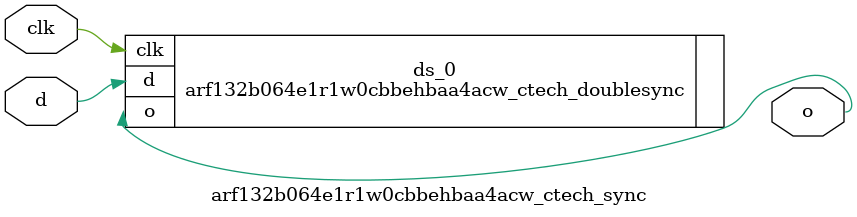
<source format=sv>

`ifndef ARF132B064E1R1W0CBBEHBAA4ACW_CTECH_SYNC_SV
`define ARF132B064E1R1W0CBBEHBAA4ACW_CTECH_SYNC_SV

module arf132b064e1r1w0cbbehbaa4acw_ctech_sync (
  input  logic  clk,
  input  logic  d,

  output logic  o
);

  arf132b064e1r1w0cbbehbaa4acw_ctech_doublesync ds_0 (.o(o), .d(d), .clk(clk));

endmodule // arf132b064e1r1w0cbbehbaa4acw_ctech_sync

`endif // ARF132B064E1R1W0CBBEHBAA4ACW_CTECH_SYNC_SV
</source>
